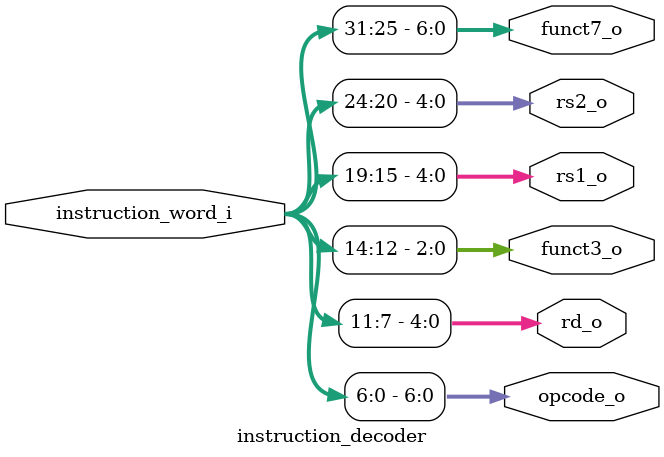
<source format=sv>

module instruction_decoder (
    input  logic [31:0] instruction_word_i,
    output logic [6:0]  opcode_o,
    output logic [4:0]  rd_o,
    output logic [2:0]  funct3_o,
    output logic [4:0]  rs1_o,
    output logic [4:0]  rs2_o,
    output logic [6:0]  funct7_o
);

    // Combinational slicing based on standard RISC-V field positions
    assign opcode_o  = instruction_word_i[6:0];
    assign rd_o      = instruction_word_i[11:7];
    assign funct3_o  = instruction_word_i[14:12];
    assign rs1_o     = instruction_word_i[19:15];
    assign rs2_o     = instruction_word_i[24:20];
    assign funct7_o  = instruction_word_i[31:25];

endmodule

</source>
